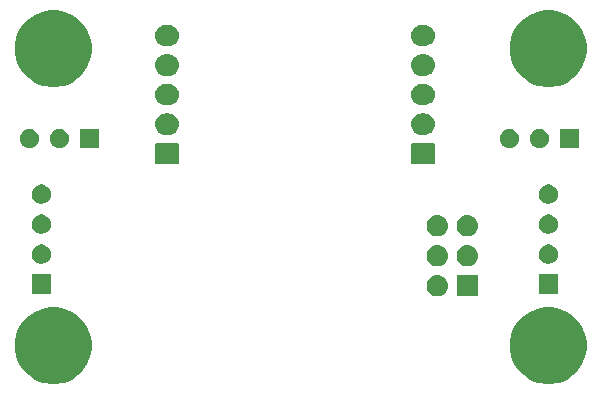
<source format=gbr>
G04 #@! TF.GenerationSoftware,KiCad,Pcbnew,(5.1.0-0)*
G04 #@! TF.CreationDate,2019-05-01T12:35:33-05:00*
G04 #@! TF.ProjectId,splitflap-pcb,73706c69-7466-46c6-9170-2d7063622e6b,rev?*
G04 #@! TF.SameCoordinates,Original*
G04 #@! TF.FileFunction,Soldermask,Bot*
G04 #@! TF.FilePolarity,Negative*
%FSLAX46Y46*%
G04 Gerber Fmt 4.6, Leading zero omitted, Abs format (unit mm)*
G04 Created by KiCad (PCBNEW (5.1.0-0)) date 2019-05-01 12:35:33*
%MOMM*%
%LPD*%
G04 APERTURE LIST*
%ADD10C,0.100000*%
G04 APERTURE END LIST*
D10*
G36*
X146608239Y-126021467D02*
G01*
X146922282Y-126083934D01*
X147513926Y-126329001D01*
X148046392Y-126684784D01*
X148499216Y-127137608D01*
X148854999Y-127670074D01*
X149100066Y-128261718D01*
X149225000Y-128889804D01*
X149225000Y-129530196D01*
X149100066Y-130158282D01*
X148854999Y-130749926D01*
X148499216Y-131282392D01*
X148046392Y-131735216D01*
X147513926Y-132090999D01*
X146922282Y-132336066D01*
X146608239Y-132398533D01*
X146294197Y-132461000D01*
X145653803Y-132461000D01*
X145339761Y-132398533D01*
X145025718Y-132336066D01*
X144434074Y-132090999D01*
X143901608Y-131735216D01*
X143448784Y-131282392D01*
X143093001Y-130749926D01*
X142847934Y-130158282D01*
X142723000Y-129530196D01*
X142723000Y-128889804D01*
X142847934Y-128261718D01*
X143093001Y-127670074D01*
X143448784Y-127137608D01*
X143901608Y-126684784D01*
X144434074Y-126329001D01*
X145025718Y-126083934D01*
X145339761Y-126021467D01*
X145653803Y-125959000D01*
X146294197Y-125959000D01*
X146608239Y-126021467D01*
X146608239Y-126021467D01*
G37*
G36*
X104698239Y-126021467D02*
G01*
X105012282Y-126083934D01*
X105603926Y-126329001D01*
X106136392Y-126684784D01*
X106589216Y-127137608D01*
X106944999Y-127670074D01*
X107190066Y-128261718D01*
X107315000Y-128889804D01*
X107315000Y-129530196D01*
X107190066Y-130158282D01*
X106944999Y-130749926D01*
X106589216Y-131282392D01*
X106136392Y-131735216D01*
X105603926Y-132090999D01*
X105012282Y-132336066D01*
X104698239Y-132398533D01*
X104384197Y-132461000D01*
X103743803Y-132461000D01*
X103429761Y-132398533D01*
X103115718Y-132336066D01*
X102524074Y-132090999D01*
X101991608Y-131735216D01*
X101538784Y-131282392D01*
X101183001Y-130749926D01*
X100937934Y-130158282D01*
X100813000Y-129530196D01*
X100813000Y-128889804D01*
X100937934Y-128261718D01*
X101183001Y-127670074D01*
X101538784Y-127137608D01*
X101991608Y-126684784D01*
X102524074Y-126329001D01*
X103115718Y-126083934D01*
X103429761Y-126021467D01*
X103743803Y-125959000D01*
X104384197Y-125959000D01*
X104698239Y-126021467D01*
X104698239Y-126021467D01*
G37*
G36*
X140017000Y-125031000D02*
G01*
X138215000Y-125031000D01*
X138215000Y-123229000D01*
X140017000Y-123229000D01*
X140017000Y-125031000D01*
X140017000Y-125031000D01*
G37*
G36*
X136686442Y-123235518D02*
G01*
X136752627Y-123242037D01*
X136922466Y-123293557D01*
X137078991Y-123377222D01*
X137114729Y-123406552D01*
X137216186Y-123489814D01*
X137299448Y-123591271D01*
X137328778Y-123627009D01*
X137412443Y-123783534D01*
X137463963Y-123953373D01*
X137481359Y-124130000D01*
X137463963Y-124306627D01*
X137412443Y-124476466D01*
X137328778Y-124632991D01*
X137299448Y-124668729D01*
X137216186Y-124770186D01*
X137114729Y-124853448D01*
X137078991Y-124882778D01*
X136922466Y-124966443D01*
X136752627Y-125017963D01*
X136686443Y-125024481D01*
X136620260Y-125031000D01*
X136531740Y-125031000D01*
X136465557Y-125024481D01*
X136399373Y-125017963D01*
X136229534Y-124966443D01*
X136073009Y-124882778D01*
X136037271Y-124853448D01*
X135935814Y-124770186D01*
X135852552Y-124668729D01*
X135823222Y-124632991D01*
X135739557Y-124476466D01*
X135688037Y-124306627D01*
X135670641Y-124130000D01*
X135688037Y-123953373D01*
X135739557Y-123783534D01*
X135823222Y-123627009D01*
X135852552Y-123591271D01*
X135935814Y-123489814D01*
X136037271Y-123406552D01*
X136073009Y-123377222D01*
X136229534Y-123293557D01*
X136399373Y-123242037D01*
X136465558Y-123235518D01*
X136531740Y-123229000D01*
X136620260Y-123229000D01*
X136686442Y-123235518D01*
X136686442Y-123235518D01*
G37*
G36*
X146790000Y-124816000D02*
G01*
X145158000Y-124816000D01*
X145158000Y-123184000D01*
X146790000Y-123184000D01*
X146790000Y-124816000D01*
X146790000Y-124816000D01*
G37*
G36*
X103864000Y-124816000D02*
G01*
X102232000Y-124816000D01*
X102232000Y-123184000D01*
X103864000Y-123184000D01*
X103864000Y-124816000D01*
X103864000Y-124816000D01*
G37*
G36*
X139226442Y-120695518D02*
G01*
X139292627Y-120702037D01*
X139462466Y-120753557D01*
X139618991Y-120837222D01*
X139654729Y-120866552D01*
X139756186Y-120949814D01*
X139839448Y-121051271D01*
X139868778Y-121087009D01*
X139952443Y-121243534D01*
X140003963Y-121413373D01*
X140021359Y-121590000D01*
X140003963Y-121766627D01*
X139952443Y-121936466D01*
X139868778Y-122092991D01*
X139839448Y-122128729D01*
X139756186Y-122230186D01*
X139654729Y-122313448D01*
X139618991Y-122342778D01*
X139462466Y-122426443D01*
X139292627Y-122477963D01*
X139226442Y-122484482D01*
X139160260Y-122491000D01*
X139071740Y-122491000D01*
X139005558Y-122484482D01*
X138939373Y-122477963D01*
X138769534Y-122426443D01*
X138613009Y-122342778D01*
X138577271Y-122313448D01*
X138475814Y-122230186D01*
X138392552Y-122128729D01*
X138363222Y-122092991D01*
X138279557Y-121936466D01*
X138228037Y-121766627D01*
X138210641Y-121590000D01*
X138228037Y-121413373D01*
X138279557Y-121243534D01*
X138363222Y-121087009D01*
X138392552Y-121051271D01*
X138475814Y-120949814D01*
X138577271Y-120866552D01*
X138613009Y-120837222D01*
X138769534Y-120753557D01*
X138939373Y-120702037D01*
X139005558Y-120695518D01*
X139071740Y-120689000D01*
X139160260Y-120689000D01*
X139226442Y-120695518D01*
X139226442Y-120695518D01*
G37*
G36*
X136686442Y-120695518D02*
G01*
X136752627Y-120702037D01*
X136922466Y-120753557D01*
X137078991Y-120837222D01*
X137114729Y-120866552D01*
X137216186Y-120949814D01*
X137299448Y-121051271D01*
X137328778Y-121087009D01*
X137412443Y-121243534D01*
X137463963Y-121413373D01*
X137481359Y-121590000D01*
X137463963Y-121766627D01*
X137412443Y-121936466D01*
X137328778Y-122092991D01*
X137299448Y-122128729D01*
X137216186Y-122230186D01*
X137114729Y-122313448D01*
X137078991Y-122342778D01*
X136922466Y-122426443D01*
X136752627Y-122477963D01*
X136686442Y-122484482D01*
X136620260Y-122491000D01*
X136531740Y-122491000D01*
X136465558Y-122484482D01*
X136399373Y-122477963D01*
X136229534Y-122426443D01*
X136073009Y-122342778D01*
X136037271Y-122313448D01*
X135935814Y-122230186D01*
X135852552Y-122128729D01*
X135823222Y-122092991D01*
X135739557Y-121936466D01*
X135688037Y-121766627D01*
X135670641Y-121590000D01*
X135688037Y-121413373D01*
X135739557Y-121243534D01*
X135823222Y-121087009D01*
X135852552Y-121051271D01*
X135935814Y-120949814D01*
X136037271Y-120866552D01*
X136073009Y-120837222D01*
X136229534Y-120753557D01*
X136399373Y-120702037D01*
X136465558Y-120695518D01*
X136531740Y-120689000D01*
X136620260Y-120689000D01*
X136686442Y-120695518D01*
X136686442Y-120695518D01*
G37*
G36*
X103286017Y-120675358D02*
G01*
X103360270Y-120706115D01*
X103434521Y-120736870D01*
X103434522Y-120736871D01*
X103568167Y-120826169D01*
X103681831Y-120939833D01*
X103748804Y-121040067D01*
X103771130Y-121073479D01*
X103776734Y-121087009D01*
X103832642Y-121221983D01*
X103864000Y-121379630D01*
X103864000Y-121540370D01*
X103832642Y-121698017D01*
X103804223Y-121766627D01*
X103771130Y-121846521D01*
X103771129Y-121846522D01*
X103681831Y-121980167D01*
X103568167Y-122093831D01*
X103467933Y-122160805D01*
X103434521Y-122183130D01*
X103286017Y-122244642D01*
X103128370Y-122276000D01*
X102967630Y-122276000D01*
X102809983Y-122244642D01*
X102661479Y-122183130D01*
X102628067Y-122160805D01*
X102527833Y-122093831D01*
X102414169Y-121980167D01*
X102324871Y-121846522D01*
X102324870Y-121846521D01*
X102291777Y-121766627D01*
X102263358Y-121698017D01*
X102232000Y-121540370D01*
X102232000Y-121379630D01*
X102263358Y-121221983D01*
X102319266Y-121087009D01*
X102324870Y-121073479D01*
X102347196Y-121040067D01*
X102414169Y-120939833D01*
X102527833Y-120826169D01*
X102661478Y-120736871D01*
X102661479Y-120736870D01*
X102735730Y-120706115D01*
X102809983Y-120675358D01*
X102967630Y-120644000D01*
X103128370Y-120644000D01*
X103286017Y-120675358D01*
X103286017Y-120675358D01*
G37*
G36*
X146212017Y-120675358D02*
G01*
X146286270Y-120706115D01*
X146360521Y-120736870D01*
X146360522Y-120736871D01*
X146494167Y-120826169D01*
X146607831Y-120939833D01*
X146674804Y-121040067D01*
X146697130Y-121073479D01*
X146702734Y-121087009D01*
X146758642Y-121221983D01*
X146790000Y-121379630D01*
X146790000Y-121540370D01*
X146758642Y-121698017D01*
X146730223Y-121766627D01*
X146697130Y-121846521D01*
X146697129Y-121846522D01*
X146607831Y-121980167D01*
X146494167Y-122093831D01*
X146393933Y-122160805D01*
X146360521Y-122183130D01*
X146212017Y-122244642D01*
X146054370Y-122276000D01*
X145893630Y-122276000D01*
X145735983Y-122244642D01*
X145587479Y-122183130D01*
X145554067Y-122160805D01*
X145453833Y-122093831D01*
X145340169Y-121980167D01*
X145250871Y-121846522D01*
X145250870Y-121846521D01*
X145217777Y-121766627D01*
X145189358Y-121698017D01*
X145158000Y-121540370D01*
X145158000Y-121379630D01*
X145189358Y-121221983D01*
X145245266Y-121087009D01*
X145250870Y-121073479D01*
X145273196Y-121040067D01*
X145340169Y-120939833D01*
X145453833Y-120826169D01*
X145587478Y-120736871D01*
X145587479Y-120736870D01*
X145661730Y-120706115D01*
X145735983Y-120675358D01*
X145893630Y-120644000D01*
X146054370Y-120644000D01*
X146212017Y-120675358D01*
X146212017Y-120675358D01*
G37*
G36*
X139226443Y-118155519D02*
G01*
X139292627Y-118162037D01*
X139462466Y-118213557D01*
X139618991Y-118297222D01*
X139654729Y-118326552D01*
X139756186Y-118409814D01*
X139839448Y-118511271D01*
X139868778Y-118547009D01*
X139952443Y-118703534D01*
X140003963Y-118873373D01*
X140021359Y-119050000D01*
X140003963Y-119226627D01*
X139952443Y-119396466D01*
X139868778Y-119552991D01*
X139839448Y-119588729D01*
X139756186Y-119690186D01*
X139654729Y-119773448D01*
X139618991Y-119802778D01*
X139462466Y-119886443D01*
X139292627Y-119937963D01*
X139226442Y-119944482D01*
X139160260Y-119951000D01*
X139071740Y-119951000D01*
X139005558Y-119944482D01*
X138939373Y-119937963D01*
X138769534Y-119886443D01*
X138613009Y-119802778D01*
X138577271Y-119773448D01*
X138475814Y-119690186D01*
X138392552Y-119588729D01*
X138363222Y-119552991D01*
X138279557Y-119396466D01*
X138228037Y-119226627D01*
X138210641Y-119050000D01*
X138228037Y-118873373D01*
X138279557Y-118703534D01*
X138363222Y-118547009D01*
X138392552Y-118511271D01*
X138475814Y-118409814D01*
X138577271Y-118326552D01*
X138613009Y-118297222D01*
X138769534Y-118213557D01*
X138939373Y-118162037D01*
X139005557Y-118155519D01*
X139071740Y-118149000D01*
X139160260Y-118149000D01*
X139226443Y-118155519D01*
X139226443Y-118155519D01*
G37*
G36*
X136686443Y-118155519D02*
G01*
X136752627Y-118162037D01*
X136922466Y-118213557D01*
X137078991Y-118297222D01*
X137114729Y-118326552D01*
X137216186Y-118409814D01*
X137299448Y-118511271D01*
X137328778Y-118547009D01*
X137412443Y-118703534D01*
X137463963Y-118873373D01*
X137481359Y-119050000D01*
X137463963Y-119226627D01*
X137412443Y-119396466D01*
X137328778Y-119552991D01*
X137299448Y-119588729D01*
X137216186Y-119690186D01*
X137114729Y-119773448D01*
X137078991Y-119802778D01*
X136922466Y-119886443D01*
X136752627Y-119937963D01*
X136686442Y-119944482D01*
X136620260Y-119951000D01*
X136531740Y-119951000D01*
X136465558Y-119944482D01*
X136399373Y-119937963D01*
X136229534Y-119886443D01*
X136073009Y-119802778D01*
X136037271Y-119773448D01*
X135935814Y-119690186D01*
X135852552Y-119588729D01*
X135823222Y-119552991D01*
X135739557Y-119396466D01*
X135688037Y-119226627D01*
X135670641Y-119050000D01*
X135688037Y-118873373D01*
X135739557Y-118703534D01*
X135823222Y-118547009D01*
X135852552Y-118511271D01*
X135935814Y-118409814D01*
X136037271Y-118326552D01*
X136073009Y-118297222D01*
X136229534Y-118213557D01*
X136399373Y-118162037D01*
X136465557Y-118155519D01*
X136531740Y-118149000D01*
X136620260Y-118149000D01*
X136686443Y-118155519D01*
X136686443Y-118155519D01*
G37*
G36*
X146212017Y-118135358D02*
G01*
X146360521Y-118196870D01*
X146360522Y-118196871D01*
X146494167Y-118286169D01*
X146607831Y-118399833D01*
X146674805Y-118500067D01*
X146697130Y-118533479D01*
X146702734Y-118547009D01*
X146758642Y-118681983D01*
X146790000Y-118839630D01*
X146790000Y-119000370D01*
X146758642Y-119158017D01*
X146730223Y-119226627D01*
X146697130Y-119306521D01*
X146697129Y-119306522D01*
X146607831Y-119440167D01*
X146494167Y-119553831D01*
X146393933Y-119620804D01*
X146360521Y-119643130D01*
X146212017Y-119704642D01*
X146054370Y-119736000D01*
X145893630Y-119736000D01*
X145735983Y-119704642D01*
X145587479Y-119643130D01*
X145554067Y-119620804D01*
X145453833Y-119553831D01*
X145340169Y-119440167D01*
X145250871Y-119306522D01*
X145250870Y-119306521D01*
X145217777Y-119226627D01*
X145189358Y-119158017D01*
X145158000Y-119000370D01*
X145158000Y-118839630D01*
X145189358Y-118681983D01*
X145245266Y-118547009D01*
X145250870Y-118533479D01*
X145273195Y-118500067D01*
X145340169Y-118399833D01*
X145453833Y-118286169D01*
X145587478Y-118196871D01*
X145587479Y-118196870D01*
X145735983Y-118135358D01*
X145893630Y-118104000D01*
X146054370Y-118104000D01*
X146212017Y-118135358D01*
X146212017Y-118135358D01*
G37*
G36*
X103286017Y-118135358D02*
G01*
X103434521Y-118196870D01*
X103434522Y-118196871D01*
X103568167Y-118286169D01*
X103681831Y-118399833D01*
X103748805Y-118500067D01*
X103771130Y-118533479D01*
X103776734Y-118547009D01*
X103832642Y-118681983D01*
X103864000Y-118839630D01*
X103864000Y-119000370D01*
X103832642Y-119158017D01*
X103804223Y-119226627D01*
X103771130Y-119306521D01*
X103771129Y-119306522D01*
X103681831Y-119440167D01*
X103568167Y-119553831D01*
X103467933Y-119620804D01*
X103434521Y-119643130D01*
X103286017Y-119704642D01*
X103128370Y-119736000D01*
X102967630Y-119736000D01*
X102809983Y-119704642D01*
X102661479Y-119643130D01*
X102628067Y-119620804D01*
X102527833Y-119553831D01*
X102414169Y-119440167D01*
X102324871Y-119306522D01*
X102324870Y-119306521D01*
X102291777Y-119226627D01*
X102263358Y-119158017D01*
X102232000Y-119000370D01*
X102232000Y-118839630D01*
X102263358Y-118681983D01*
X102319266Y-118547009D01*
X102324870Y-118533479D01*
X102347195Y-118500067D01*
X102414169Y-118399833D01*
X102527833Y-118286169D01*
X102661478Y-118196871D01*
X102661479Y-118196870D01*
X102809983Y-118135358D01*
X102967630Y-118104000D01*
X103128370Y-118104000D01*
X103286017Y-118135358D01*
X103286017Y-118135358D01*
G37*
G36*
X146212017Y-115595358D02*
G01*
X146286270Y-115626115D01*
X146360521Y-115656870D01*
X146360522Y-115656871D01*
X146494167Y-115746169D01*
X146607831Y-115859833D01*
X146674805Y-115960067D01*
X146697130Y-115993479D01*
X146758642Y-116141983D01*
X146790000Y-116299630D01*
X146790000Y-116460370D01*
X146758642Y-116618017D01*
X146727885Y-116692270D01*
X146697130Y-116766521D01*
X146697129Y-116766522D01*
X146607831Y-116900167D01*
X146494167Y-117013831D01*
X146393933Y-117080805D01*
X146360521Y-117103130D01*
X146212017Y-117164642D01*
X146054370Y-117196000D01*
X145893630Y-117196000D01*
X145735983Y-117164642D01*
X145587479Y-117103130D01*
X145554067Y-117080805D01*
X145453833Y-117013831D01*
X145340169Y-116900167D01*
X145250871Y-116766522D01*
X145250870Y-116766521D01*
X145220115Y-116692270D01*
X145189358Y-116618017D01*
X145158000Y-116460370D01*
X145158000Y-116299630D01*
X145189358Y-116141983D01*
X145250870Y-115993479D01*
X145273195Y-115960067D01*
X145340169Y-115859833D01*
X145453833Y-115746169D01*
X145587478Y-115656871D01*
X145587479Y-115656870D01*
X145661730Y-115626115D01*
X145735983Y-115595358D01*
X145893630Y-115564000D01*
X146054370Y-115564000D01*
X146212017Y-115595358D01*
X146212017Y-115595358D01*
G37*
G36*
X103286017Y-115595358D02*
G01*
X103360270Y-115626115D01*
X103434521Y-115656870D01*
X103434522Y-115656871D01*
X103568167Y-115746169D01*
X103681831Y-115859833D01*
X103748805Y-115960067D01*
X103771130Y-115993479D01*
X103801885Y-116067730D01*
X103832642Y-116141983D01*
X103864000Y-116299630D01*
X103864000Y-116460370D01*
X103832642Y-116618017D01*
X103801885Y-116692270D01*
X103771130Y-116766521D01*
X103771129Y-116766522D01*
X103681831Y-116900167D01*
X103568167Y-117013831D01*
X103467933Y-117080805D01*
X103434521Y-117103130D01*
X103286017Y-117164642D01*
X103128370Y-117196000D01*
X102967630Y-117196000D01*
X102809983Y-117164642D01*
X102661479Y-117103130D01*
X102628067Y-117080805D01*
X102527833Y-117013831D01*
X102414169Y-116900167D01*
X102324871Y-116766522D01*
X102324870Y-116766521D01*
X102294115Y-116692270D01*
X102263358Y-116618017D01*
X102232000Y-116460370D01*
X102232000Y-116299630D01*
X102263358Y-116141983D01*
X102324870Y-115993479D01*
X102347195Y-115960067D01*
X102414169Y-115859833D01*
X102527833Y-115746169D01*
X102661478Y-115656871D01*
X102661479Y-115656870D01*
X102735730Y-115626115D01*
X102809983Y-115595358D01*
X102967630Y-115564000D01*
X103128370Y-115564000D01*
X103286017Y-115595358D01*
X103286017Y-115595358D01*
G37*
G36*
X114574200Y-112056989D02*
G01*
X114607252Y-112067015D01*
X114637703Y-112083292D01*
X114664399Y-112105201D01*
X114686308Y-112131897D01*
X114702585Y-112162348D01*
X114712611Y-112195400D01*
X114716600Y-112235903D01*
X114716600Y-113672097D01*
X114712611Y-113712600D01*
X114702585Y-113745652D01*
X114686308Y-113776103D01*
X114664399Y-113802799D01*
X114637703Y-113824708D01*
X114607252Y-113840985D01*
X114574200Y-113851011D01*
X114533697Y-113855000D01*
X112847503Y-113855000D01*
X112807000Y-113851011D01*
X112773948Y-113840985D01*
X112743497Y-113824708D01*
X112716801Y-113802799D01*
X112694892Y-113776103D01*
X112678615Y-113745652D01*
X112668589Y-113712600D01*
X112664600Y-113672097D01*
X112664600Y-112235903D01*
X112668589Y-112195400D01*
X112678615Y-112162348D01*
X112694892Y-112131897D01*
X112716801Y-112105201D01*
X112743497Y-112083292D01*
X112773948Y-112067015D01*
X112807000Y-112056989D01*
X112847503Y-112053000D01*
X114533697Y-112053000D01*
X114574200Y-112056989D01*
X114574200Y-112056989D01*
G37*
G36*
X136240400Y-112056989D02*
G01*
X136273452Y-112067015D01*
X136303903Y-112083292D01*
X136330599Y-112105201D01*
X136352508Y-112131897D01*
X136368785Y-112162348D01*
X136378811Y-112195400D01*
X136382800Y-112235903D01*
X136382800Y-113672097D01*
X136378811Y-113712600D01*
X136368785Y-113745652D01*
X136352508Y-113776103D01*
X136330599Y-113802799D01*
X136303903Y-113824708D01*
X136273452Y-113840985D01*
X136240400Y-113851011D01*
X136199897Y-113855000D01*
X134513703Y-113855000D01*
X134473200Y-113851011D01*
X134440148Y-113840985D01*
X134409697Y-113824708D01*
X134383001Y-113802799D01*
X134361092Y-113776103D01*
X134344815Y-113745652D01*
X134334789Y-113712600D01*
X134330800Y-113672097D01*
X134330800Y-112235903D01*
X134334789Y-112195400D01*
X134344815Y-112162348D01*
X134361092Y-112131897D01*
X134383001Y-112105201D01*
X134409697Y-112083292D01*
X134440148Y-112067015D01*
X134473200Y-112056989D01*
X134513703Y-112053000D01*
X136199897Y-112053000D01*
X136240400Y-112056989D01*
X136240400Y-112056989D01*
G37*
G36*
X148565000Y-112497000D02*
G01*
X146939000Y-112497000D01*
X146939000Y-110871000D01*
X148565000Y-110871000D01*
X148565000Y-112497000D01*
X148565000Y-112497000D01*
G37*
G36*
X145449142Y-110902242D02*
G01*
X145597101Y-110963529D01*
X145730255Y-111052499D01*
X145843501Y-111165745D01*
X145932471Y-111298899D01*
X145993758Y-111446858D01*
X146025000Y-111603925D01*
X146025000Y-111764075D01*
X145993758Y-111921142D01*
X145932471Y-112069101D01*
X145843501Y-112202255D01*
X145730255Y-112315501D01*
X145597101Y-112404471D01*
X145449142Y-112465758D01*
X145292075Y-112497000D01*
X145131925Y-112497000D01*
X144974858Y-112465758D01*
X144826899Y-112404471D01*
X144693745Y-112315501D01*
X144580499Y-112202255D01*
X144491529Y-112069101D01*
X144430242Y-111921142D01*
X144399000Y-111764075D01*
X144399000Y-111603925D01*
X144430242Y-111446858D01*
X144491529Y-111298899D01*
X144580499Y-111165745D01*
X144693745Y-111052499D01*
X144826899Y-110963529D01*
X144974858Y-110902242D01*
X145131925Y-110871000D01*
X145292075Y-110871000D01*
X145449142Y-110902242D01*
X145449142Y-110902242D01*
G37*
G36*
X142909142Y-110902242D02*
G01*
X143057101Y-110963529D01*
X143190255Y-111052499D01*
X143303501Y-111165745D01*
X143392471Y-111298899D01*
X143453758Y-111446858D01*
X143485000Y-111603925D01*
X143485000Y-111764075D01*
X143453758Y-111921142D01*
X143392471Y-112069101D01*
X143303501Y-112202255D01*
X143190255Y-112315501D01*
X143057101Y-112404471D01*
X142909142Y-112465758D01*
X142752075Y-112497000D01*
X142591925Y-112497000D01*
X142434858Y-112465758D01*
X142286899Y-112404471D01*
X142153745Y-112315501D01*
X142040499Y-112202255D01*
X141951529Y-112069101D01*
X141890242Y-111921142D01*
X141859000Y-111764075D01*
X141859000Y-111603925D01*
X141890242Y-111446858D01*
X141951529Y-111298899D01*
X142040499Y-111165745D01*
X142153745Y-111052499D01*
X142286899Y-110963529D01*
X142434858Y-110902242D01*
X142591925Y-110871000D01*
X142752075Y-110871000D01*
X142909142Y-110902242D01*
X142909142Y-110902242D01*
G37*
G36*
X107925000Y-112497000D02*
G01*
X106299000Y-112497000D01*
X106299000Y-110871000D01*
X107925000Y-110871000D01*
X107925000Y-112497000D01*
X107925000Y-112497000D01*
G37*
G36*
X104809142Y-110902242D02*
G01*
X104957101Y-110963529D01*
X105090255Y-111052499D01*
X105203501Y-111165745D01*
X105292471Y-111298899D01*
X105353758Y-111446858D01*
X105385000Y-111603925D01*
X105385000Y-111764075D01*
X105353758Y-111921142D01*
X105292471Y-112069101D01*
X105203501Y-112202255D01*
X105090255Y-112315501D01*
X104957101Y-112404471D01*
X104809142Y-112465758D01*
X104652075Y-112497000D01*
X104491925Y-112497000D01*
X104334858Y-112465758D01*
X104186899Y-112404471D01*
X104053745Y-112315501D01*
X103940499Y-112202255D01*
X103851529Y-112069101D01*
X103790242Y-111921142D01*
X103759000Y-111764075D01*
X103759000Y-111603925D01*
X103790242Y-111446858D01*
X103851529Y-111298899D01*
X103940499Y-111165745D01*
X104053745Y-111052499D01*
X104186899Y-110963529D01*
X104334858Y-110902242D01*
X104491925Y-110871000D01*
X104652075Y-110871000D01*
X104809142Y-110902242D01*
X104809142Y-110902242D01*
G37*
G36*
X102269142Y-110902242D02*
G01*
X102417101Y-110963529D01*
X102550255Y-111052499D01*
X102663501Y-111165745D01*
X102752471Y-111298899D01*
X102813758Y-111446858D01*
X102845000Y-111603925D01*
X102845000Y-111764075D01*
X102813758Y-111921142D01*
X102752471Y-112069101D01*
X102663501Y-112202255D01*
X102550255Y-112315501D01*
X102417101Y-112404471D01*
X102269142Y-112465758D01*
X102112075Y-112497000D01*
X101951925Y-112497000D01*
X101794858Y-112465758D01*
X101646899Y-112404471D01*
X101513745Y-112315501D01*
X101400499Y-112202255D01*
X101311529Y-112069101D01*
X101250242Y-111921142D01*
X101219000Y-111764075D01*
X101219000Y-111603925D01*
X101250242Y-111446858D01*
X101311529Y-111298899D01*
X101400499Y-111165745D01*
X101513745Y-111052499D01*
X101646899Y-110963529D01*
X101794858Y-110902242D01*
X101951925Y-110871000D01*
X102112075Y-110871000D01*
X102269142Y-110902242D01*
X102269142Y-110902242D01*
G37*
G36*
X113926043Y-109559519D02*
G01*
X113992227Y-109566037D01*
X114162066Y-109617557D01*
X114318591Y-109701222D01*
X114354329Y-109730552D01*
X114455786Y-109813814D01*
X114539048Y-109915271D01*
X114568378Y-109951009D01*
X114652043Y-110107534D01*
X114703563Y-110277373D01*
X114720959Y-110454000D01*
X114703563Y-110630627D01*
X114652043Y-110800466D01*
X114568378Y-110956991D01*
X114563012Y-110963529D01*
X114455786Y-111094186D01*
X114368592Y-111165743D01*
X114318591Y-111206778D01*
X114162066Y-111290443D01*
X113992227Y-111341963D01*
X113926042Y-111348482D01*
X113859860Y-111355000D01*
X113521340Y-111355000D01*
X113455158Y-111348482D01*
X113388973Y-111341963D01*
X113219134Y-111290443D01*
X113062609Y-111206778D01*
X113012608Y-111165743D01*
X112925414Y-111094186D01*
X112818188Y-110963529D01*
X112812822Y-110956991D01*
X112729157Y-110800466D01*
X112677637Y-110630627D01*
X112660241Y-110454000D01*
X112677637Y-110277373D01*
X112729157Y-110107534D01*
X112812822Y-109951009D01*
X112842152Y-109915271D01*
X112925414Y-109813814D01*
X113026871Y-109730552D01*
X113062609Y-109701222D01*
X113219134Y-109617557D01*
X113388973Y-109566037D01*
X113455157Y-109559519D01*
X113521340Y-109553000D01*
X113859860Y-109553000D01*
X113926043Y-109559519D01*
X113926043Y-109559519D01*
G37*
G36*
X135592243Y-109559519D02*
G01*
X135658427Y-109566037D01*
X135828266Y-109617557D01*
X135984791Y-109701222D01*
X136020529Y-109730552D01*
X136121986Y-109813814D01*
X136205248Y-109915271D01*
X136234578Y-109951009D01*
X136318243Y-110107534D01*
X136369763Y-110277373D01*
X136387159Y-110454000D01*
X136369763Y-110630627D01*
X136318243Y-110800466D01*
X136234578Y-110956991D01*
X136229212Y-110963529D01*
X136121986Y-111094186D01*
X136034792Y-111165743D01*
X135984791Y-111206778D01*
X135828266Y-111290443D01*
X135658427Y-111341963D01*
X135592242Y-111348482D01*
X135526060Y-111355000D01*
X135187540Y-111355000D01*
X135121358Y-111348482D01*
X135055173Y-111341963D01*
X134885334Y-111290443D01*
X134728809Y-111206778D01*
X134678808Y-111165743D01*
X134591614Y-111094186D01*
X134484388Y-110963529D01*
X134479022Y-110956991D01*
X134395357Y-110800466D01*
X134343837Y-110630627D01*
X134326441Y-110454000D01*
X134343837Y-110277373D01*
X134395357Y-110107534D01*
X134479022Y-109951009D01*
X134508352Y-109915271D01*
X134591614Y-109813814D01*
X134693071Y-109730552D01*
X134728809Y-109701222D01*
X134885334Y-109617557D01*
X135055173Y-109566037D01*
X135121357Y-109559519D01*
X135187540Y-109553000D01*
X135526060Y-109553000D01*
X135592243Y-109559519D01*
X135592243Y-109559519D01*
G37*
G36*
X113926043Y-107059519D02*
G01*
X113992227Y-107066037D01*
X114162066Y-107117557D01*
X114318591Y-107201222D01*
X114354329Y-107230552D01*
X114455786Y-107313814D01*
X114539048Y-107415271D01*
X114568378Y-107451009D01*
X114652043Y-107607534D01*
X114703563Y-107777373D01*
X114720959Y-107954000D01*
X114703563Y-108130627D01*
X114652043Y-108300466D01*
X114568378Y-108456991D01*
X114539048Y-108492729D01*
X114455786Y-108594186D01*
X114354329Y-108677448D01*
X114318591Y-108706778D01*
X114162066Y-108790443D01*
X113992227Y-108841963D01*
X113926043Y-108848481D01*
X113859860Y-108855000D01*
X113521340Y-108855000D01*
X113455157Y-108848481D01*
X113388973Y-108841963D01*
X113219134Y-108790443D01*
X113062609Y-108706778D01*
X113026871Y-108677448D01*
X112925414Y-108594186D01*
X112842152Y-108492729D01*
X112812822Y-108456991D01*
X112729157Y-108300466D01*
X112677637Y-108130627D01*
X112660241Y-107954000D01*
X112677637Y-107777373D01*
X112729157Y-107607534D01*
X112812822Y-107451009D01*
X112842152Y-107415271D01*
X112925414Y-107313814D01*
X113026871Y-107230552D01*
X113062609Y-107201222D01*
X113219134Y-107117557D01*
X113388973Y-107066037D01*
X113455157Y-107059519D01*
X113521340Y-107053000D01*
X113859860Y-107053000D01*
X113926043Y-107059519D01*
X113926043Y-107059519D01*
G37*
G36*
X135592243Y-107059519D02*
G01*
X135658427Y-107066037D01*
X135828266Y-107117557D01*
X135984791Y-107201222D01*
X136020529Y-107230552D01*
X136121986Y-107313814D01*
X136205248Y-107415271D01*
X136234578Y-107451009D01*
X136318243Y-107607534D01*
X136369763Y-107777373D01*
X136387159Y-107954000D01*
X136369763Y-108130627D01*
X136318243Y-108300466D01*
X136234578Y-108456991D01*
X136205248Y-108492729D01*
X136121986Y-108594186D01*
X136020529Y-108677448D01*
X135984791Y-108706778D01*
X135828266Y-108790443D01*
X135658427Y-108841963D01*
X135592243Y-108848481D01*
X135526060Y-108855000D01*
X135187540Y-108855000D01*
X135121357Y-108848481D01*
X135055173Y-108841963D01*
X134885334Y-108790443D01*
X134728809Y-108706778D01*
X134693071Y-108677448D01*
X134591614Y-108594186D01*
X134508352Y-108492729D01*
X134479022Y-108456991D01*
X134395357Y-108300466D01*
X134343837Y-108130627D01*
X134326441Y-107954000D01*
X134343837Y-107777373D01*
X134395357Y-107607534D01*
X134479022Y-107451009D01*
X134508352Y-107415271D01*
X134591614Y-107313814D01*
X134693071Y-107230552D01*
X134728809Y-107201222D01*
X134885334Y-107117557D01*
X135055173Y-107066037D01*
X135121357Y-107059519D01*
X135187540Y-107053000D01*
X135526060Y-107053000D01*
X135592243Y-107059519D01*
X135592243Y-107059519D01*
G37*
G36*
X146608239Y-100875467D02*
G01*
X146922282Y-100937934D01*
X147513926Y-101183001D01*
X148046392Y-101538784D01*
X148499216Y-101991608D01*
X148854999Y-102524074D01*
X149100066Y-103115718D01*
X149225000Y-103743804D01*
X149225000Y-104384196D01*
X149100066Y-105012282D01*
X148854999Y-105603926D01*
X148499216Y-106136392D01*
X148046392Y-106589216D01*
X147513926Y-106944999D01*
X146922282Y-107190066D01*
X146608239Y-107252533D01*
X146294197Y-107315000D01*
X145653803Y-107315000D01*
X145339761Y-107252533D01*
X145025718Y-107190066D01*
X144434074Y-106944999D01*
X143901608Y-106589216D01*
X143448784Y-106136392D01*
X143093001Y-105603926D01*
X142847934Y-105012282D01*
X142723000Y-104384196D01*
X142723000Y-103743804D01*
X142847934Y-103115718D01*
X143093001Y-102524074D01*
X143448784Y-101991608D01*
X143901608Y-101538784D01*
X144434074Y-101183001D01*
X145025718Y-100937934D01*
X145339761Y-100875467D01*
X145653803Y-100813000D01*
X146294197Y-100813000D01*
X146608239Y-100875467D01*
X146608239Y-100875467D01*
G37*
G36*
X104698239Y-100875467D02*
G01*
X105012282Y-100937934D01*
X105603926Y-101183001D01*
X106136392Y-101538784D01*
X106589216Y-101991608D01*
X106944999Y-102524074D01*
X107190066Y-103115718D01*
X107315000Y-103743804D01*
X107315000Y-104384196D01*
X107190066Y-105012282D01*
X106944999Y-105603926D01*
X106589216Y-106136392D01*
X106136392Y-106589216D01*
X105603926Y-106944999D01*
X105012282Y-107190066D01*
X104698239Y-107252533D01*
X104384197Y-107315000D01*
X103743803Y-107315000D01*
X103429761Y-107252533D01*
X103115718Y-107190066D01*
X102524074Y-106944999D01*
X101991608Y-106589216D01*
X101538784Y-106136392D01*
X101183001Y-105603926D01*
X100937934Y-105012282D01*
X100813000Y-104384196D01*
X100813000Y-103743804D01*
X100937934Y-103115718D01*
X101183001Y-102524074D01*
X101538784Y-101991608D01*
X101991608Y-101538784D01*
X102524074Y-101183001D01*
X103115718Y-100937934D01*
X103429761Y-100875467D01*
X103743803Y-100813000D01*
X104384197Y-100813000D01*
X104698239Y-100875467D01*
X104698239Y-100875467D01*
G37*
G36*
X135592243Y-104559519D02*
G01*
X135658427Y-104566037D01*
X135828266Y-104617557D01*
X135984791Y-104701222D01*
X136020529Y-104730552D01*
X136121986Y-104813814D01*
X136205248Y-104915271D01*
X136234578Y-104951009D01*
X136318243Y-105107534D01*
X136369763Y-105277373D01*
X136387159Y-105454000D01*
X136369763Y-105630627D01*
X136318243Y-105800466D01*
X136234578Y-105956991D01*
X136205248Y-105992729D01*
X136121986Y-106094186D01*
X136020529Y-106177448D01*
X135984791Y-106206778D01*
X135828266Y-106290443D01*
X135658427Y-106341963D01*
X135592243Y-106348481D01*
X135526060Y-106355000D01*
X135187540Y-106355000D01*
X135121357Y-106348481D01*
X135055173Y-106341963D01*
X134885334Y-106290443D01*
X134728809Y-106206778D01*
X134693071Y-106177448D01*
X134591614Y-106094186D01*
X134508352Y-105992729D01*
X134479022Y-105956991D01*
X134395357Y-105800466D01*
X134343837Y-105630627D01*
X134326441Y-105454000D01*
X134343837Y-105277373D01*
X134395357Y-105107534D01*
X134479022Y-104951009D01*
X134508352Y-104915271D01*
X134591614Y-104813814D01*
X134693071Y-104730552D01*
X134728809Y-104701222D01*
X134885334Y-104617557D01*
X135055173Y-104566037D01*
X135121357Y-104559519D01*
X135187540Y-104553000D01*
X135526060Y-104553000D01*
X135592243Y-104559519D01*
X135592243Y-104559519D01*
G37*
G36*
X113926043Y-104559519D02*
G01*
X113992227Y-104566037D01*
X114162066Y-104617557D01*
X114318591Y-104701222D01*
X114354329Y-104730552D01*
X114455786Y-104813814D01*
X114539048Y-104915271D01*
X114568378Y-104951009D01*
X114652043Y-105107534D01*
X114703563Y-105277373D01*
X114720959Y-105454000D01*
X114703563Y-105630627D01*
X114652043Y-105800466D01*
X114568378Y-105956991D01*
X114539048Y-105992729D01*
X114455786Y-106094186D01*
X114354329Y-106177448D01*
X114318591Y-106206778D01*
X114162066Y-106290443D01*
X113992227Y-106341963D01*
X113926043Y-106348481D01*
X113859860Y-106355000D01*
X113521340Y-106355000D01*
X113455157Y-106348481D01*
X113388973Y-106341963D01*
X113219134Y-106290443D01*
X113062609Y-106206778D01*
X113026871Y-106177448D01*
X112925414Y-106094186D01*
X112842152Y-105992729D01*
X112812822Y-105956991D01*
X112729157Y-105800466D01*
X112677637Y-105630627D01*
X112660241Y-105454000D01*
X112677637Y-105277373D01*
X112729157Y-105107534D01*
X112812822Y-104951009D01*
X112842152Y-104915271D01*
X112925414Y-104813814D01*
X113026871Y-104730552D01*
X113062609Y-104701222D01*
X113219134Y-104617557D01*
X113388973Y-104566037D01*
X113455157Y-104559519D01*
X113521340Y-104553000D01*
X113859860Y-104553000D01*
X113926043Y-104559519D01*
X113926043Y-104559519D01*
G37*
G36*
X135592242Y-102059518D02*
G01*
X135658427Y-102066037D01*
X135828266Y-102117557D01*
X135984791Y-102201222D01*
X136020529Y-102230552D01*
X136121986Y-102313814D01*
X136205248Y-102415271D01*
X136234578Y-102451009D01*
X136318243Y-102607534D01*
X136369763Y-102777373D01*
X136387159Y-102954000D01*
X136369763Y-103130627D01*
X136318243Y-103300466D01*
X136234578Y-103456991D01*
X136205248Y-103492729D01*
X136121986Y-103594186D01*
X136020529Y-103677448D01*
X135984791Y-103706778D01*
X135828266Y-103790443D01*
X135658427Y-103841963D01*
X135592243Y-103848481D01*
X135526060Y-103855000D01*
X135187540Y-103855000D01*
X135121357Y-103848481D01*
X135055173Y-103841963D01*
X134885334Y-103790443D01*
X134728809Y-103706778D01*
X134693071Y-103677448D01*
X134591614Y-103594186D01*
X134508352Y-103492729D01*
X134479022Y-103456991D01*
X134395357Y-103300466D01*
X134343837Y-103130627D01*
X134326441Y-102954000D01*
X134343837Y-102777373D01*
X134395357Y-102607534D01*
X134479022Y-102451009D01*
X134508352Y-102415271D01*
X134591614Y-102313814D01*
X134693071Y-102230552D01*
X134728809Y-102201222D01*
X134885334Y-102117557D01*
X135055173Y-102066037D01*
X135121357Y-102059519D01*
X135187540Y-102053000D01*
X135526060Y-102053000D01*
X135592242Y-102059518D01*
X135592242Y-102059518D01*
G37*
G36*
X113926042Y-102059518D02*
G01*
X113992227Y-102066037D01*
X114162066Y-102117557D01*
X114318591Y-102201222D01*
X114354329Y-102230552D01*
X114455786Y-102313814D01*
X114539048Y-102415271D01*
X114568378Y-102451009D01*
X114652043Y-102607534D01*
X114703563Y-102777373D01*
X114720959Y-102954000D01*
X114703563Y-103130627D01*
X114652043Y-103300466D01*
X114568378Y-103456991D01*
X114539048Y-103492729D01*
X114455786Y-103594186D01*
X114354329Y-103677448D01*
X114318591Y-103706778D01*
X114162066Y-103790443D01*
X113992227Y-103841963D01*
X113926043Y-103848481D01*
X113859860Y-103855000D01*
X113521340Y-103855000D01*
X113455157Y-103848481D01*
X113388973Y-103841963D01*
X113219134Y-103790443D01*
X113062609Y-103706778D01*
X113026871Y-103677448D01*
X112925414Y-103594186D01*
X112842152Y-103492729D01*
X112812822Y-103456991D01*
X112729157Y-103300466D01*
X112677637Y-103130627D01*
X112660241Y-102954000D01*
X112677637Y-102777373D01*
X112729157Y-102607534D01*
X112812822Y-102451009D01*
X112842152Y-102415271D01*
X112925414Y-102313814D01*
X113026871Y-102230552D01*
X113062609Y-102201222D01*
X113219134Y-102117557D01*
X113388973Y-102066037D01*
X113455157Y-102059519D01*
X113521340Y-102053000D01*
X113859860Y-102053000D01*
X113926042Y-102059518D01*
X113926042Y-102059518D01*
G37*
M02*

</source>
